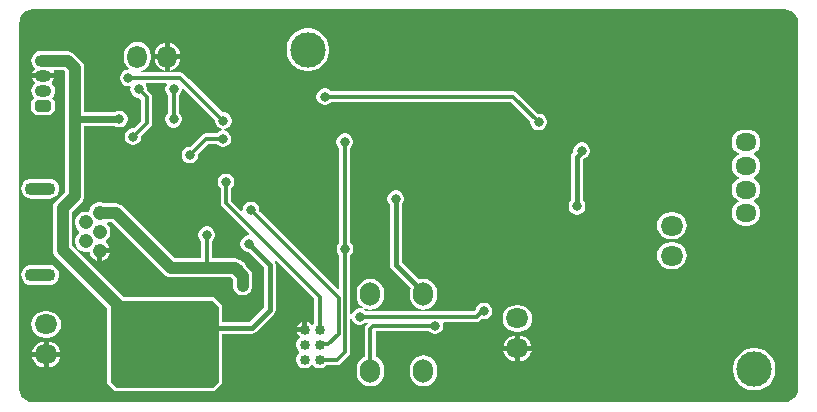
<source format=gbl>
G04*
G04 #@! TF.GenerationSoftware,Altium Limited,Altium Designer,21.0.8 (223)*
G04*
G04 Layer_Physical_Order=2*
G04 Layer_Color=16711680*
%FSLAX25Y25*%
%MOIN*%
G70*
G04*
G04 #@! TF.SameCoordinates,76373615-CB27-452B-AC01-166D02EDBD73*
G04*
G04*
G04 #@! TF.FilePolarity,Positive*
G04*
G01*
G75*
%ADD59C,0.02362*%
%ADD60C,0.01575*%
%ADD61C,0.01181*%
%ADD62C,0.03937*%
%ADD64O,0.07500X0.06500*%
%ADD65C,0.11811*%
%ADD66O,0.06693X0.07874*%
%ADD67C,0.03347*%
%ADD68C,0.04756*%
%ADD69O,0.10236X0.04331*%
G04:AMPARAMS|DCode=70|XSize=55mil|YSize=40mil|CornerRadius=0mil|HoleSize=0mil|Usage=FLASHONLY|Rotation=0.000|XOffset=0mil|YOffset=0mil|HoleType=Round|Shape=Octagon|*
%AMOCTAGOND70*
4,1,8,0.02750,-0.01000,0.02750,0.01000,0.01750,0.02000,-0.01750,0.02000,-0.02750,0.01000,-0.02750,-0.01000,-0.01750,-0.02000,0.01750,-0.02000,0.02750,-0.01000,0.0*
%
%ADD70OCTAGOND70*%

%ADD71O,0.05500X0.04000*%
%ADD72O,0.06500X0.07500*%
%ADD73O,0.07087X0.05906*%
%ADD74C,0.03150*%
%ADD75C,0.03937*%
G36*
X105900Y406194D02*
X356492D01*
X356500Y406193D01*
X356508Y406194D01*
X356797D01*
X357806Y406062D01*
X358883Y405615D01*
X359807Y404906D01*
X360517Y403981D01*
X360963Y402904D01*
X361095Y401902D01*
X361094Y401898D01*
Y280258D01*
X361094Y279800D01*
X361101Y279760D01*
X361066Y279279D01*
X360963Y278494D01*
X360517Y277417D01*
X359807Y276493D01*
X358883Y275783D01*
X357806Y275337D01*
X356803Y275205D01*
X356800Y275206D01*
X106658D01*
X106200Y275206D01*
X106160Y275199D01*
X105679Y275234D01*
X104894Y275337D01*
X103817Y275783D01*
X102893Y276493D01*
X102183Y277417D01*
X101737Y278494D01*
X101605Y279497D01*
X101606Y279500D01*
Y401142D01*
X101606Y401600D01*
X101599Y401640D01*
X101634Y402121D01*
X101737Y402906D01*
X102183Y403983D01*
X102893Y404907D01*
X103817Y405617D01*
X104894Y406063D01*
X105896Y406195D01*
X105900Y406194D01*
D02*
G37*
%LPC*%
G36*
X151687Y395083D02*
Y391187D01*
X155149D01*
X155041Y392009D01*
X154612Y393043D01*
X153931Y393931D01*
X153043Y394612D01*
X152009Y395041D01*
X151687Y395083D01*
D02*
G37*
G36*
X150113D02*
X149791Y395041D01*
X148757Y394612D01*
X147869Y393931D01*
X147188Y393043D01*
X146759Y392009D01*
X146651Y391187D01*
X150113D01*
Y395083D01*
D02*
G37*
G36*
X155149Y389613D02*
X151687D01*
Y385717D01*
X152009Y385759D01*
X153043Y386188D01*
X153931Y386869D01*
X154612Y387757D01*
X155041Y388790D01*
X155149Y389613D01*
D02*
G37*
G36*
X150113D02*
X146651D01*
X146759Y388790D01*
X147188Y387757D01*
X147869Y386869D01*
X148757Y386188D01*
X149791Y385759D01*
X150113Y385717D01*
Y389613D01*
D02*
G37*
G36*
X198398Y399787D02*
X197002D01*
X195633Y399514D01*
X194343Y398980D01*
X193183Y398204D01*
X192195Y397217D01*
X191420Y396057D01*
X190886Y394767D01*
X190613Y393398D01*
Y392002D01*
X190886Y390633D01*
X191420Y389343D01*
X192195Y388182D01*
X193183Y387195D01*
X194343Y386420D01*
X195633Y385886D01*
X197002Y385613D01*
X198398D01*
X199767Y385886D01*
X201057Y386420D01*
X202218Y387195D01*
X203204Y388182D01*
X203980Y389343D01*
X204514Y390633D01*
X204787Y392002D01*
Y393398D01*
X204514Y394767D01*
X203980Y396057D01*
X203204Y397217D01*
X202218Y398204D01*
X201057Y398980D01*
X199767Y399514D01*
X198398Y399787D01*
D02*
G37*
G36*
X113171Y383213D02*
X105829D01*
X106130Y382487D01*
X106610Y381860D01*
Y381368D01*
X106481Y381269D01*
X105971Y380604D01*
X105651Y379830D01*
X105542Y379000D01*
X105651Y378170D01*
X105971Y377396D01*
X106481Y376731D01*
X106495Y376517D01*
X105569Y375590D01*
Y372410D01*
X107159Y370819D01*
X111841D01*
X113431Y372410D01*
Y375590D01*
X112505Y376517D01*
X112519Y376731D01*
X113029Y377396D01*
X113349Y378170D01*
X113459Y379000D01*
X113349Y379830D01*
X113029Y380604D01*
X112519Y381269D01*
X112390Y381368D01*
Y381860D01*
X112871Y382487D01*
X113171Y383213D01*
D02*
G37*
G36*
X110250Y392209D02*
X108750D01*
X107920Y392099D01*
X107146Y391779D01*
X106481Y391269D01*
X105971Y390604D01*
X105651Y389830D01*
X105542Y389000D01*
X105651Y388170D01*
X105971Y387396D01*
X106481Y386731D01*
X106610Y386632D01*
Y386140D01*
X106130Y385513D01*
X105829Y384787D01*
X113171D01*
X112949Y385323D01*
X113214Y385823D01*
X116378D01*
X116823Y385378D01*
Y370000D01*
Y345316D01*
X113754Y342246D01*
X113249Y341588D01*
X112932Y340822D01*
X112823Y340000D01*
Y326000D01*
X112932Y325178D01*
X113249Y324412D01*
X113754Y323754D01*
X130796Y306712D01*
Y282000D01*
X130796Y282000D01*
X130887Y281539D01*
X131149Y281149D01*
X131149Y281149D01*
X133149Y279149D01*
X133539Y278887D01*
X134000Y278796D01*
X134000Y278796D01*
X166000D01*
X166000Y278796D01*
X166461Y278887D01*
X166851Y279149D01*
X166851Y279149D01*
X168851Y281149D01*
X169113Y281539D01*
X169204Y282000D01*
X169204Y282000D01*
Y297993D01*
X179000D01*
X179768Y298146D01*
X180419Y298581D01*
X186419Y304581D01*
X186854Y305232D01*
X187007Y306000D01*
Y321000D01*
X186854Y321768D01*
X186621Y322117D01*
X187009Y322436D01*
X199821Y309624D01*
Y301586D01*
X199393Y301158D01*
X199322Y301035D01*
X198987Y301035D01*
X198775Y301087D01*
X198318Y301545D01*
X197708Y301897D01*
X197464Y301962D01*
Y299406D01*
X196676D01*
Y298618D01*
X194120D01*
X194185Y298374D01*
X194537Y297764D01*
X194995Y297306D01*
X195047Y297098D01*
Y296759D01*
X194923Y296688D01*
X194392Y296157D01*
X194016Y295506D01*
X193822Y294780D01*
Y294028D01*
X194016Y293302D01*
X194392Y292652D01*
X194830Y292213D01*
X194885Y291905D01*
X194830Y291596D01*
X194392Y291158D01*
X194016Y290507D01*
X193822Y289781D01*
Y289030D01*
X194016Y288304D01*
X194392Y287653D01*
X194923Y287122D01*
X195574Y286746D01*
X196300Y286551D01*
X197052D01*
X197778Y286746D01*
X198429Y287122D01*
X198869Y287561D01*
X199177Y287615D01*
X199485Y287561D01*
X199925Y287122D01*
X200575Y286746D01*
X201301Y286551D01*
X202053D01*
X202779Y286746D01*
X203430Y287122D01*
X203907Y287599D01*
X207405D01*
X208097Y287737D01*
X208683Y288128D01*
X211318Y290763D01*
X211709Y291349D01*
X211847Y292041D01*
Y302887D01*
X212347Y302953D01*
X212432Y302636D01*
X212795Y302008D01*
X213308Y301495D01*
X213936Y301132D01*
X214637Y300944D01*
X215363D01*
X216064Y301132D01*
X216692Y301495D01*
X217057Y301860D01*
X217440Y301819D01*
X217625Y301346D01*
X217264Y300985D01*
X216873Y300399D01*
X216735Y299708D01*
Y290348D01*
X216258Y290150D01*
X215313Y289424D01*
X214587Y288479D01*
X214131Y287377D01*
X213975Y286195D01*
Y285014D01*
X214131Y283832D01*
X214587Y282731D01*
X215313Y281785D01*
X216258Y281059D01*
X217360Y280603D01*
X218542Y280448D01*
X219724Y280603D01*
X220825Y281059D01*
X221771Y281785D01*
X222497Y282731D01*
X222953Y283832D01*
X223108Y285014D01*
Y286195D01*
X222953Y287377D01*
X222497Y288479D01*
X221771Y289424D01*
X220825Y290150D01*
X220348Y290348D01*
Y298881D01*
X237997D01*
X238396Y298482D01*
X239024Y298120D01*
X239725Y297932D01*
X240451D01*
X241151Y298120D01*
X241780Y298482D01*
X242293Y298996D01*
X242656Y299624D01*
X242844Y300325D01*
Y301051D01*
X242752Y301394D01*
X243129Y301894D01*
X253967D01*
X254659Y302031D01*
X255245Y302423D01*
X255744Y302923D01*
X256037Y302844D01*
X256763D01*
X257464Y303032D01*
X258092Y303395D01*
X258605Y303908D01*
X258968Y304536D01*
X259156Y305237D01*
Y305963D01*
X258968Y306664D01*
X258605Y307292D01*
X258092Y307805D01*
X257464Y308168D01*
X256763Y308356D01*
X256037D01*
X255336Y308168D01*
X254708Y307805D01*
X254195Y307292D01*
X253832Y306664D01*
X253644Y305963D01*
Y305931D01*
X253219Y305506D01*
X217091D01*
X216692Y305905D01*
X216546Y305989D01*
X216768Y306439D01*
X217360Y306194D01*
X218542Y306038D01*
X219724Y306194D01*
X220825Y306650D01*
X221771Y307376D01*
X222497Y308321D01*
X222953Y309423D01*
X223108Y310605D01*
Y311786D01*
X222953Y312968D01*
X222497Y314069D01*
X221771Y315015D01*
X220825Y315741D01*
X219724Y316197D01*
X218542Y316353D01*
X217360Y316197D01*
X216258Y315741D01*
X215313Y315015D01*
X214587Y314069D01*
X214131Y312968D01*
X213975Y311786D01*
Y310605D01*
X214131Y309423D01*
X214587Y308321D01*
X215313Y307376D01*
X216091Y306779D01*
X215865Y306321D01*
X215363Y306456D01*
X214637D01*
X213936Y306268D01*
X213308Y305905D01*
X212795Y305392D01*
X212432Y304764D01*
X212347Y304447D01*
X211847Y304513D01*
Y324221D01*
X212284Y324658D01*
X212647Y325286D01*
X212834Y325987D01*
Y326712D01*
X212647Y327413D01*
X212284Y328042D01*
X211846Y328480D01*
Y359948D01*
X212205Y360308D01*
X212568Y360936D01*
X212756Y361637D01*
Y362363D01*
X212568Y363064D01*
X212205Y363692D01*
X211692Y364205D01*
X211064Y364568D01*
X210363Y364756D01*
X209637D01*
X208936Y364568D01*
X208308Y364205D01*
X207795Y363692D01*
X207432Y363064D01*
X207244Y362363D01*
Y361637D01*
X207432Y360936D01*
X207795Y360308D01*
X208233Y359870D01*
Y328401D01*
X207873Y328042D01*
X207510Y327413D01*
X207323Y326712D01*
Y325987D01*
X207510Y325286D01*
X207873Y324658D01*
X208234Y324296D01*
Y312974D01*
X207772Y312782D01*
X181539Y339016D01*
Y339580D01*
X181351Y340281D01*
X180988Y340909D01*
X180475Y341422D01*
X179847Y341785D01*
X179146Y341973D01*
X178420D01*
X177719Y341785D01*
X177091Y341422D01*
X176578Y340909D01*
X176215Y340281D01*
X176027Y339580D01*
Y339234D01*
X175527Y339027D01*
X175186Y339368D01*
X175186Y339368D01*
X172241Y342313D01*
Y346474D01*
X172640Y346873D01*
X173003Y347501D01*
X173191Y348202D01*
Y348928D01*
X173003Y349629D01*
X172640Y350257D01*
X172127Y350770D01*
X171499Y351133D01*
X170798Y351321D01*
X170072D01*
X169371Y351133D01*
X168743Y350770D01*
X168230Y350257D01*
X167867Y349629D01*
X167679Y348928D01*
Y348202D01*
X167867Y347501D01*
X168230Y346873D01*
X168629Y346474D01*
Y341565D01*
X168766Y340874D01*
X169158Y340288D01*
X172632Y336814D01*
X172632Y336814D01*
X178190Y331256D01*
X177982Y330756D01*
X177637D01*
X176936Y330568D01*
X176308Y330205D01*
X175795Y329692D01*
X175432Y329064D01*
X175244Y328363D01*
Y327637D01*
X175432Y326936D01*
X175795Y326308D01*
X176308Y325795D01*
X176936Y325432D01*
X177637Y325244D01*
X177918D01*
X182993Y320169D01*
Y306831D01*
X178169Y302007D01*
X169204D01*
Y307000D01*
X169204Y307000D01*
X169113Y307461D01*
X168851Y307852D01*
X168851Y307852D01*
X166851Y309852D01*
X166461Y310113D01*
X166000Y310204D01*
X166000Y310204D01*
X136288D01*
X119177Y327316D01*
Y338684D01*
X122246Y341754D01*
X122751Y342412D01*
X123068Y343178D01*
X123177Y344000D01*
Y367194D01*
X133557D01*
X133834Y367034D01*
X134535Y366846D01*
X135260D01*
X135961Y367034D01*
X136590Y367397D01*
X137103Y367910D01*
X137466Y368539D01*
X137654Y369239D01*
Y369965D01*
X137466Y370666D01*
X137103Y371294D01*
X136590Y371808D01*
X135961Y372170D01*
X135260Y372358D01*
X134535D01*
X133834Y372170D01*
X133557Y372011D01*
X123177D01*
Y386694D01*
X123068Y387516D01*
X122751Y388282D01*
X122246Y388940D01*
X119940Y391246D01*
X119282Y391751D01*
X118516Y392069D01*
X117694Y392177D01*
X110491D01*
X110250Y392209D01*
D02*
G37*
G36*
X203718Y379756D02*
X202992D01*
X202291Y379568D01*
X201663Y379205D01*
X201150Y378692D01*
X200787Y378064D01*
X200599Y377363D01*
Y376637D01*
X200787Y375936D01*
X201150Y375308D01*
X201663Y374795D01*
X202291Y374432D01*
X202992Y374244D01*
X203718D01*
X204419Y374432D01*
X205047Y374795D01*
X205446Y375194D01*
X265512D01*
X271874Y368831D01*
Y368267D01*
X272062Y367566D01*
X272425Y366938D01*
X272938Y366425D01*
X273566Y366062D01*
X274267Y365874D01*
X274993D01*
X275694Y366062D01*
X276322Y366425D01*
X276835Y366938D01*
X277198Y367566D01*
X277386Y368267D01*
Y368993D01*
X277198Y369694D01*
X276835Y370322D01*
X276322Y370835D01*
X275694Y371198D01*
X274993Y371386D01*
X274429D01*
X267537Y378277D01*
X266951Y378669D01*
X266260Y378806D01*
X205446D01*
X205047Y379205D01*
X204419Y379568D01*
X203718Y379756D01*
D02*
G37*
G36*
X140900Y395369D02*
X139743Y395217D01*
X138665Y394771D01*
X137740Y394060D01*
X137029Y393135D01*
X136583Y392057D01*
X136431Y390900D01*
Y389900D01*
X136583Y388743D01*
X137029Y387665D01*
X137740Y386740D01*
X137979Y386556D01*
X137810Y386056D01*
X137537D01*
X136836Y385868D01*
X136208Y385505D01*
X135695Y384992D01*
X135332Y384364D01*
X135144Y383663D01*
Y382937D01*
X135332Y382236D01*
X135695Y381608D01*
X136208Y381095D01*
X136836Y380732D01*
X137537Y380544D01*
X138210D01*
X138304Y380494D01*
X138614Y380121D01*
X138545Y379863D01*
Y379137D01*
X138733Y378436D01*
X139096Y377808D01*
X139609Y377295D01*
X140237Y376932D01*
X140938Y376744D01*
X141502D01*
X142194Y376053D01*
Y368999D01*
X139622Y366428D01*
X139058D01*
X138357Y366240D01*
X137729Y365877D01*
X137216Y365364D01*
X136853Y364736D01*
X136665Y364035D01*
Y363309D01*
X136853Y362608D01*
X137216Y361980D01*
X137729Y361467D01*
X138357Y361104D01*
X139058Y360916D01*
X139784D01*
X140485Y361104D01*
X141113Y361467D01*
X141626Y361980D01*
X141989Y362608D01*
X142177Y363309D01*
Y363873D01*
X145277Y366974D01*
X145669Y367560D01*
X145806Y368251D01*
Y376801D01*
X145669Y377492D01*
X145277Y378078D01*
X144057Y379299D01*
Y379863D01*
X143869Y380564D01*
X143621Y380994D01*
X143872Y381494D01*
X150429D01*
X150680Y380994D01*
X150432Y380564D01*
X150244Y379863D01*
Y379137D01*
X150432Y378436D01*
X150795Y377808D01*
X151194Y377409D01*
Y371591D01*
X150795Y371192D01*
X150432Y370564D01*
X150244Y369863D01*
Y369137D01*
X150432Y368436D01*
X150795Y367808D01*
X151308Y367295D01*
X151936Y366932D01*
X152637Y366744D01*
X153363D01*
X154064Y366932D01*
X154692Y367295D01*
X155205Y367808D01*
X155568Y368436D01*
X155756Y369137D01*
Y369863D01*
X155568Y370564D01*
X155205Y371192D01*
X154806Y371591D01*
Y377409D01*
X155205Y377808D01*
X155568Y378436D01*
X155756Y379137D01*
Y379482D01*
X156256Y379690D01*
X166844Y369101D01*
Y368637D01*
X167032Y367936D01*
X167395Y367308D01*
X167908Y366795D01*
X168536Y366432D01*
X169237Y366244D01*
X169209Y365756D01*
X169037D01*
X168336Y365568D01*
X167708Y365205D01*
X167309Y364806D01*
X163800D01*
X163109Y364669D01*
X162523Y364277D01*
X158601Y360356D01*
X158037D01*
X157336Y360168D01*
X156708Y359805D01*
X156195Y359292D01*
X155832Y358664D01*
X155644Y357963D01*
Y357237D01*
X155832Y356536D01*
X156195Y355908D01*
X156708Y355395D01*
X157336Y355032D01*
X158037Y354844D01*
X158763D01*
X159464Y355032D01*
X160092Y355395D01*
X160605Y355908D01*
X160968Y356536D01*
X161156Y357237D01*
Y357801D01*
X164548Y361194D01*
X167309D01*
X167708Y360795D01*
X168336Y360432D01*
X169037Y360244D01*
X169763D01*
X170464Y360432D01*
X171092Y360795D01*
X171605Y361308D01*
X171968Y361936D01*
X172156Y362637D01*
Y363363D01*
X171968Y364064D01*
X171605Y364692D01*
X171092Y365205D01*
X170464Y365568D01*
X169763Y365756D01*
X169791Y366244D01*
X169963D01*
X170664Y366432D01*
X171292Y366795D01*
X171805Y367308D01*
X172168Y367936D01*
X172356Y368637D01*
Y369363D01*
X172168Y370064D01*
X171805Y370692D01*
X171292Y371205D01*
X170664Y371568D01*
X169963Y371756D01*
X169299D01*
X158077Y382977D01*
X158077Y382977D01*
X156477Y384577D01*
X155891Y384969D01*
X155200Y385106D01*
X142155D01*
X142057Y385583D01*
X143135Y386029D01*
X144060Y386740D01*
X144771Y387665D01*
X145217Y388743D01*
X145369Y389900D01*
Y390900D01*
X145217Y392057D01*
X144771Y393135D01*
X144060Y394060D01*
X143135Y394771D01*
X142057Y395217D01*
X140900Y395369D01*
D02*
G37*
G36*
X111453Y349745D02*
X105547D01*
X104674Y349630D01*
X103860Y349293D01*
X103161Y348757D01*
X102624Y348058D01*
X102287Y347244D01*
X102172Y346370D01*
X102287Y345497D01*
X102624Y344682D01*
X103161Y343983D01*
X103860Y343447D01*
X104674Y343110D01*
X105547Y342995D01*
X111453D01*
X112326Y343110D01*
X113140Y343447D01*
X113839Y343983D01*
X114376Y344682D01*
X114713Y345497D01*
X114828Y346370D01*
X114713Y347244D01*
X114376Y348058D01*
X113839Y348757D01*
X113140Y349293D01*
X112326Y349630D01*
X111453Y349745D01*
D02*
G37*
G36*
X128850Y341858D02*
X127913D01*
X127008Y341616D01*
X126197Y341147D01*
X125534Y340484D01*
X125065Y339673D01*
X124823Y338768D01*
X124585Y338586D01*
X124126Y338709D01*
X123189D01*
X122284Y338466D01*
X121472Y337998D01*
X120809Y337335D01*
X120341Y336523D01*
X120098Y335618D01*
Y334681D01*
X120341Y333776D01*
X120809Y332964D01*
X121472Y332302D01*
X121562Y332250D01*
Y331750D01*
X121472Y331698D01*
X120809Y331036D01*
X120341Y330224D01*
X120098Y329319D01*
Y328382D01*
X120341Y327477D01*
X120809Y326665D01*
X121472Y326002D01*
X122284Y325534D01*
X123189Y325291D01*
X124126D01*
X124743Y325457D01*
X125004Y325256D01*
X125234Y324397D01*
X125679Y323627D01*
X126308Y322998D01*
X127078Y322553D01*
X127594Y322415D01*
Y325701D01*
X128382D01*
Y326488D01*
X131668D01*
X131530Y327005D01*
X131085Y327775D01*
X130456Y328404D01*
X130297Y328496D01*
Y328996D01*
X130567Y329152D01*
X131230Y329815D01*
X131698Y330626D01*
X131941Y331531D01*
Y332469D01*
X131698Y333374D01*
X131230Y334185D01*
X130793Y334622D01*
X131000Y335122D01*
X132385D01*
X149754Y317754D01*
X150412Y317249D01*
X151178Y316932D01*
X152000Y316823D01*
X172090D01*
X172116Y316790D01*
X172823Y316082D01*
Y314000D01*
X172850Y313794D01*
Y313585D01*
X172904Y313384D01*
X172932Y313178D01*
X173011Y312985D01*
X173065Y312784D01*
X173169Y312604D01*
X173249Y312412D01*
X173376Y312246D01*
X173480Y312066D01*
X173627Y311919D01*
X173754Y311754D01*
X173919Y311627D01*
X174066Y311480D01*
X174246Y311376D01*
X174412Y311249D01*
X174604Y311169D01*
X174784Y311065D01*
X174985Y311011D01*
X175178Y310931D01*
X175384Y310904D01*
X175585Y310850D01*
X175794D01*
X176000Y310823D01*
X176206Y310850D01*
X176415D01*
X176616Y310904D01*
X176822Y310931D01*
X177015Y311011D01*
X177216Y311065D01*
X177396Y311169D01*
X177588Y311249D01*
X177754Y311376D01*
X177934Y311480D01*
X178081Y311627D01*
X178246Y311754D01*
X178373Y311919D01*
X178520Y312066D01*
X178624Y312246D01*
X178751Y312412D01*
X178831Y312604D01*
X178935Y312784D01*
X178989Y312985D01*
X179069Y313178D01*
X179096Y313384D01*
X179150Y313585D01*
Y313794D01*
X179177Y314000D01*
Y317398D01*
X179069Y318220D01*
X178751Y318987D01*
X178246Y319644D01*
X177155Y320736D01*
X177113Y320836D01*
X176987Y321002D01*
X176883Y321182D01*
X176735Y321329D01*
X176609Y321494D01*
X176443Y321621D01*
X176296Y321768D01*
X176116Y321872D01*
X175951Y321999D01*
X175850Y322041D01*
X175644Y322246D01*
X174987Y322751D01*
X174220Y323068D01*
X173398Y323177D01*
X165806D01*
Y328909D01*
X166205Y329308D01*
X166568Y329936D01*
X166756Y330637D01*
Y331363D01*
X166568Y332064D01*
X166205Y332692D01*
X165692Y333205D01*
X165064Y333568D01*
X164363Y333756D01*
X163637D01*
X162936Y333568D01*
X162308Y333205D01*
X161795Y332692D01*
X161432Y332064D01*
X161244Y331363D01*
Y330637D01*
X161432Y329936D01*
X161795Y329308D01*
X162194Y328909D01*
Y323177D01*
X153316D01*
X135947Y340546D01*
X135289Y341050D01*
X134523Y341368D01*
X133701Y341476D01*
X129998D01*
X129756Y341616D01*
X128850Y341858D01*
D02*
G37*
G36*
X289363Y361756D02*
X288637D01*
X287936Y361568D01*
X287308Y361205D01*
X286795Y360692D01*
X286432Y360064D01*
X286244Y359363D01*
Y358656D01*
X286022Y358434D01*
X285587Y357783D01*
X285434Y357015D01*
Y342331D01*
X285236Y342133D01*
X284873Y341505D01*
X284685Y340804D01*
Y340078D01*
X284873Y339377D01*
X285236Y338749D01*
X285749Y338236D01*
X286377Y337873D01*
X287078Y337685D01*
X287804D01*
X288505Y337873D01*
X289133Y338236D01*
X289646Y338749D01*
X290009Y339377D01*
X290197Y340078D01*
Y340804D01*
X290009Y341505D01*
X289646Y342133D01*
X289448Y342331D01*
Y356183D01*
X289562Y356297D01*
X290064Y356432D01*
X290692Y356795D01*
X291205Y357308D01*
X291568Y357936D01*
X291756Y358637D01*
Y359363D01*
X291568Y360064D01*
X291205Y360692D01*
X290692Y361205D01*
X290064Y361568D01*
X289363Y361756D01*
D02*
G37*
G36*
X344393Y365981D02*
X343212D01*
X342133Y365839D01*
X341127Y365422D01*
X340264Y364759D01*
X339601Y363896D01*
X339184Y362890D01*
X339042Y361811D01*
X339184Y360732D01*
X339601Y359726D01*
X340264Y358863D01*
X341127Y358200D01*
X341311Y358124D01*
Y357624D01*
X341127Y357548D01*
X340264Y356885D01*
X339601Y356022D01*
X339184Y355016D01*
X339042Y353937D01*
X339184Y352858D01*
X339601Y351852D01*
X340264Y350989D01*
X341127Y350326D01*
X341311Y350250D01*
Y349750D01*
X341127Y349674D01*
X340264Y349011D01*
X339601Y348148D01*
X339184Y347142D01*
X339042Y346063D01*
X339184Y344984D01*
X339601Y343978D01*
X340264Y343115D01*
X341127Y342452D01*
X341311Y342376D01*
Y341876D01*
X341127Y341800D01*
X340264Y341137D01*
X339601Y340274D01*
X339184Y339268D01*
X339042Y338189D01*
X339184Y337110D01*
X339601Y336104D01*
X340264Y335241D01*
X341127Y334578D01*
X342133Y334161D01*
X343212Y334019D01*
X344393D01*
X345472Y334161D01*
X346478Y334578D01*
X347341Y335241D01*
X348004Y336104D01*
X348421Y337110D01*
X348563Y338189D01*
X348421Y339268D01*
X348004Y340274D01*
X347341Y341137D01*
X346478Y341800D01*
X346294Y341876D01*
Y342376D01*
X346478Y342452D01*
X347341Y343115D01*
X348004Y343978D01*
X348421Y344984D01*
X348563Y346063D01*
X348421Y347142D01*
X348004Y348148D01*
X347341Y349011D01*
X346478Y349674D01*
X346294Y349750D01*
Y350250D01*
X346478Y350326D01*
X347341Y350989D01*
X348004Y351852D01*
X348421Y352858D01*
X348563Y353937D01*
X348421Y355016D01*
X348004Y356022D01*
X347341Y356885D01*
X346478Y357548D01*
X346294Y357624D01*
Y358124D01*
X346478Y358200D01*
X347341Y358863D01*
X348004Y359726D01*
X348421Y360732D01*
X348563Y361811D01*
X348421Y362890D01*
X348004Y363896D01*
X347341Y364759D01*
X346478Y365422D01*
X345472Y365839D01*
X344393Y365981D01*
D02*
G37*
G36*
X319500Y338469D02*
X318500D01*
X317343Y338317D01*
X316265Y337871D01*
X315340Y337160D01*
X314629Y336235D01*
X314183Y335157D01*
X314031Y334000D01*
X314183Y332843D01*
X314629Y331765D01*
X315340Y330840D01*
X316265Y330129D01*
X317343Y329683D01*
X318500Y329531D01*
X319500D01*
X320657Y329683D01*
X321735Y330129D01*
X322660Y330840D01*
X323371Y331765D01*
X323817Y332843D01*
X323969Y334000D01*
X323817Y335157D01*
X323371Y336235D01*
X322660Y337160D01*
X321735Y337871D01*
X320657Y338317D01*
X319500Y338469D01*
D02*
G37*
G36*
X131668Y324913D02*
X129169D01*
Y322415D01*
X129686Y322553D01*
X130456Y322998D01*
X131085Y323627D01*
X131530Y324397D01*
X131668Y324913D01*
D02*
G37*
G36*
X319500Y328469D02*
X318500D01*
X317343Y328317D01*
X316265Y327871D01*
X315340Y327160D01*
X314629Y326235D01*
X314183Y325157D01*
X314031Y324000D01*
X314183Y322843D01*
X314629Y321765D01*
X315340Y320840D01*
X316265Y320129D01*
X317343Y319683D01*
X318500Y319531D01*
X319500D01*
X320657Y319683D01*
X321735Y320129D01*
X322660Y320840D01*
X323371Y321765D01*
X323817Y322843D01*
X323969Y324000D01*
X323817Y325157D01*
X323371Y326235D01*
X322660Y327160D01*
X321735Y327871D01*
X320657Y328317D01*
X319500Y328469D01*
D02*
G37*
G36*
X111453Y321005D02*
X105547D01*
X104674Y320890D01*
X103860Y320553D01*
X103161Y320017D01*
X102624Y319318D01*
X102287Y318503D01*
X102172Y317630D01*
X102287Y316756D01*
X102624Y315942D01*
X103161Y315243D01*
X103860Y314707D01*
X104674Y314370D01*
X105547Y314255D01*
X111453D01*
X112326Y314370D01*
X113140Y314707D01*
X113839Y315243D01*
X114376Y315942D01*
X114713Y316756D01*
X114828Y317630D01*
X114713Y318503D01*
X114376Y319318D01*
X113839Y320017D01*
X113140Y320553D01*
X112326Y320890D01*
X111453Y321005D01*
D02*
G37*
G36*
X227363Y345756D02*
X226637D01*
X225936Y345568D01*
X225308Y345205D01*
X224795Y344692D01*
X224432Y344064D01*
X224244Y343363D01*
Y342637D01*
X224432Y341936D01*
X224795Y341308D01*
X224993Y341110D01*
Y321044D01*
X225146Y320276D01*
X225581Y319625D01*
X231962Y313244D01*
X231847Y312968D01*
X231692Y311786D01*
Y310605D01*
X231847Y309423D01*
X232304Y308321D01*
X233029Y307376D01*
X233975Y306650D01*
X235076Y306194D01*
X236258Y306038D01*
X237440Y306194D01*
X238542Y306650D01*
X239487Y307376D01*
X240213Y308321D01*
X240669Y309423D01*
X240825Y310605D01*
Y311786D01*
X240669Y312968D01*
X240213Y314069D01*
X239487Y315015D01*
X238542Y315741D01*
X237440Y316197D01*
X236258Y316353D01*
X235076Y316197D01*
X234800Y316082D01*
X229007Y321876D01*
Y341110D01*
X229205Y341308D01*
X229568Y341936D01*
X229756Y342637D01*
Y343363D01*
X229568Y344064D01*
X229205Y344692D01*
X228692Y345205D01*
X228064Y345568D01*
X227363Y345756D01*
D02*
G37*
G36*
X195889Y301962D02*
X195644Y301897D01*
X195035Y301545D01*
X194537Y301047D01*
X194185Y300437D01*
X194120Y300193D01*
X195889D01*
Y301962D01*
D02*
G37*
G36*
X268100Y307569D02*
X267100D01*
X265943Y307417D01*
X264865Y306971D01*
X263940Y306260D01*
X263229Y305335D01*
X262783Y304257D01*
X262631Y303100D01*
X262783Y301943D01*
X263229Y300865D01*
X263940Y299940D01*
X264865Y299229D01*
X265943Y298783D01*
X267100Y298631D01*
X268100D01*
X269257Y298783D01*
X270335Y299229D01*
X271260Y299940D01*
X271971Y300865D01*
X272417Y301943D01*
X272569Y303100D01*
X272417Y304257D01*
X271971Y305335D01*
X271260Y306260D01*
X270335Y306971D01*
X269257Y307417D01*
X268100Y307569D01*
D02*
G37*
G36*
X111000Y305569D02*
X110000D01*
X108843Y305417D01*
X107765Y304971D01*
X106840Y304260D01*
X106129Y303335D01*
X105683Y302257D01*
X105531Y301100D01*
X105683Y299943D01*
X106129Y298865D01*
X106840Y297940D01*
X107765Y297229D01*
X108843Y296783D01*
X110000Y296631D01*
X111000D01*
X112157Y296783D01*
X113235Y297229D01*
X114160Y297940D01*
X114871Y298865D01*
X115317Y299943D01*
X115469Y301100D01*
X115317Y302257D01*
X114871Y303335D01*
X114160Y304260D01*
X113235Y304971D01*
X112157Y305417D01*
X111000Y305569D01*
D02*
G37*
G36*
X268387Y297349D02*
Y293887D01*
X272283D01*
X272241Y294210D01*
X271812Y295243D01*
X271131Y296131D01*
X270243Y296812D01*
X269210Y297241D01*
X268387Y297349D01*
D02*
G37*
G36*
X266813D02*
X265990Y297241D01*
X264957Y296812D01*
X264069Y296131D01*
X263388Y295243D01*
X262959Y294210D01*
X262917Y293887D01*
X266813D01*
Y297349D01*
D02*
G37*
G36*
X111287Y295349D02*
Y291887D01*
X115183D01*
X115141Y292210D01*
X114712Y293243D01*
X114031Y294131D01*
X113143Y294812D01*
X112109Y295241D01*
X111287Y295349D01*
D02*
G37*
G36*
X109713D02*
X108890Y295241D01*
X107857Y294812D01*
X106969Y294131D01*
X106288Y293243D01*
X105859Y292210D01*
X105817Y291887D01*
X109713D01*
Y295349D01*
D02*
G37*
G36*
X272283Y292313D02*
X268387D01*
Y288851D01*
X269210Y288959D01*
X270243Y289388D01*
X271131Y290069D01*
X271812Y290957D01*
X272241Y291990D01*
X272283Y292313D01*
D02*
G37*
G36*
X266813D02*
X262917D01*
X262959Y291990D01*
X263388Y290957D01*
X264069Y290069D01*
X264957Y289388D01*
X265990Y288959D01*
X266813Y288851D01*
Y292313D01*
D02*
G37*
G36*
X115183Y290313D02*
X111287D01*
Y286851D01*
X112109Y286959D01*
X113143Y287388D01*
X114031Y288069D01*
X114712Y288957D01*
X115141Y289990D01*
X115183Y290313D01*
D02*
G37*
G36*
X109713D02*
X105817D01*
X105859Y289990D01*
X106288Y288957D01*
X106969Y288069D01*
X107857Y287388D01*
X108890Y286959D01*
X109713Y286851D01*
Y290313D01*
D02*
G37*
G36*
X236258Y290762D02*
X235076Y290606D01*
X233975Y290150D01*
X233029Y289424D01*
X232304Y288479D01*
X231847Y287377D01*
X231692Y286195D01*
Y285014D01*
X231847Y283832D01*
X232304Y282731D01*
X233029Y281785D01*
X233975Y281059D01*
X235076Y280603D01*
X236258Y280448D01*
X237440Y280603D01*
X238542Y281059D01*
X239487Y281785D01*
X240213Y282731D01*
X240669Y283832D01*
X240825Y285014D01*
Y286195D01*
X240669Y287377D01*
X240213Y288479D01*
X239487Y289424D01*
X238542Y290150D01*
X237440Y290606D01*
X236258Y290762D01*
D02*
G37*
G36*
X347198Y293287D02*
X345802D01*
X344433Y293014D01*
X343143Y292480D01*
X341983Y291705D01*
X340996Y290718D01*
X340220Y289557D01*
X339686Y288267D01*
X339413Y286898D01*
Y285502D01*
X339686Y284133D01*
X340220Y282843D01*
X340996Y281682D01*
X341983Y280696D01*
X343143Y279920D01*
X344433Y279386D01*
X345802Y279113D01*
X347198D01*
X348567Y279386D01*
X349857Y279920D01*
X351017Y280696D01*
X352005Y281682D01*
X352780Y282843D01*
X353314Y284133D01*
X353587Y285502D01*
Y286898D01*
X353314Y288267D01*
X352780Y289557D01*
X352005Y290718D01*
X351017Y291705D01*
X349857Y292480D01*
X348567Y293014D01*
X347198Y293287D01*
D02*
G37*
%LPD*%
G36*
X168000Y307000D02*
Y282000D01*
X166000Y280000D01*
X134000D01*
X132000Y282000D01*
Y307000D01*
X134000Y309000D01*
X166000D01*
X168000Y307000D01*
D02*
G37*
D59*
X120000Y370000D02*
X120398Y369602D01*
X134898D01*
D60*
X289000Y358574D02*
Y359000D01*
X287441Y340441D02*
Y357015D01*
X289000Y358574D01*
X185000Y306000D02*
Y321000D01*
X178000Y328000D02*
X185000Y321000D01*
X179000Y300000D02*
X185000Y306000D01*
X166000Y300000D02*
X179000D01*
X227000Y321044D02*
X236258Y311786D01*
Y311195D02*
Y311786D01*
X227000Y321044D02*
Y343000D01*
D61*
X203355Y377000D02*
X266260D01*
X274630Y368630D01*
X156800Y381700D02*
X169500Y369000D01*
X169600D01*
X156800Y381700D02*
Y381700D01*
X155200Y383300D02*
X156800Y381700D01*
X137900Y383300D02*
X155200D01*
X163800Y363000D02*
X169400D01*
X144000Y368251D02*
Y376801D01*
X141301Y379500D02*
X144000Y376801D01*
X158400Y357600D02*
X163800Y363000D01*
X219521Y300688D02*
X240088D01*
X218542Y285605D02*
Y299708D01*
X219521Y300688D01*
X215000Y303700D02*
X253967D01*
X255867Y305600D02*
X256400D01*
X253967Y303700D02*
X255867Y305600D01*
X210041Y292041D02*
Y326068D01*
X210000Y362000D02*
X210039Y361961D01*
X210041Y326068D02*
X210078Y326106D01*
X210039Y326145D02*
Y361961D01*
Y326145D02*
X210078Y326106D01*
X207405Y289405D02*
X210041Y292041D01*
X201677Y289405D02*
X207405D01*
X201176Y294589D02*
X204589D01*
X208000Y298000D01*
Y310000D01*
X178783Y339217D02*
X208000Y310000D01*
X173909Y338091D02*
X201628Y310372D01*
Y299314D02*
Y310372D01*
X170435Y341565D02*
Y348565D01*
X173909Y338091D02*
Y338091D01*
X170435Y341565D02*
X173909Y338091D01*
X164000Y320000D02*
Y331000D01*
X153000Y369500D02*
Y379500D01*
X139421Y363672D02*
X144000Y368251D01*
D62*
X120000Y370000D02*
Y386694D01*
Y344000D02*
Y370000D01*
X164000Y320000D02*
X173398D01*
X152000D02*
X164000D01*
X174362Y319036D02*
Y319248D01*
X173398Y320000D02*
X174256Y319142D01*
X176000Y314000D02*
Y317398D01*
X174362Y319036D02*
X176000Y317398D01*
X133701Y338299D02*
X152000Y320000D01*
X128382Y338299D02*
X133701D01*
X116000Y326000D02*
Y340000D01*
Y326000D02*
X138426Y303574D01*
X116000Y340000D02*
X120000Y344000D01*
X117694Y389000D02*
X120000Y386694D01*
X109500Y389000D02*
X117694D01*
D64*
X110500Y301100D02*
D03*
Y291100D02*
D03*
X319000Y334000D02*
D03*
Y324000D02*
D03*
X267600Y293100D02*
D03*
Y303100D02*
D03*
D65*
X346500Y286200D02*
D03*
X197700Y392700D02*
D03*
D66*
X218542Y285605D02*
D03*
Y311195D02*
D03*
X236258Y285605D02*
D03*
Y311195D02*
D03*
D67*
X201677Y289405D02*
D03*
X196676D02*
D03*
Y299406D02*
D03*
Y294404D02*
D03*
X201677D02*
D03*
Y299406D02*
D03*
D68*
X128382Y332000D02*
D03*
Y325701D02*
D03*
X123658Y335150D02*
D03*
Y328850D02*
D03*
X128382Y338299D02*
D03*
D69*
X108500Y317630D02*
D03*
Y346370D02*
D03*
D70*
X109500Y374000D02*
D03*
D71*
Y379000D02*
D03*
Y384000D02*
D03*
Y389000D02*
D03*
D72*
X150900Y390400D02*
D03*
X140900D02*
D03*
D73*
X343802Y338189D02*
D03*
Y346063D02*
D03*
Y353937D02*
D03*
Y361811D02*
D03*
D74*
X338583Y314961D02*
D03*
X311024Y334646D02*
D03*
X299213D02*
D03*
X275590Y311024D02*
D03*
X338583Y370079D02*
D03*
X311024Y366142D02*
D03*
X295276D02*
D03*
X263779Y385827D02*
D03*
X228346Y389764D02*
D03*
X212598Y397638D02*
D03*
X244094D02*
D03*
X275590D02*
D03*
X299213D02*
D03*
X322835D02*
D03*
X342520D02*
D03*
X354331Y385827D02*
D03*
Y366142D02*
D03*
Y342520D02*
D03*
Y322835D02*
D03*
Y303150D02*
D03*
X334646Y295276D02*
D03*
X323000Y281000D02*
D03*
X283465Y279528D02*
D03*
X267717D02*
D03*
X248031D02*
D03*
X208661D02*
D03*
X192913D02*
D03*
X177165D02*
D03*
X125984D02*
D03*
X110236D02*
D03*
X132000Y320000D02*
D03*
X138000Y312000D02*
D03*
X157000D02*
D03*
X158798Y350739D02*
D03*
X159692Y339501D02*
D03*
X147048Y338990D02*
D03*
X141174Y343332D02*
D03*
X175000Y374000D02*
D03*
X169000Y378000D02*
D03*
X181000Y393000D02*
D03*
X170000D02*
D03*
X231000Y362000D02*
D03*
X258000Y363000D02*
D03*
X256000Y371000D02*
D03*
X228000D02*
D03*
X206000Y342000D02*
D03*
X202756Y326423D02*
D03*
X189500Y359000D02*
D03*
X196000Y353000D02*
D03*
Y365000D02*
D03*
X183000D02*
D03*
X172000Y327000D02*
D03*
X178000Y328000D02*
D03*
X274630Y368630D02*
D03*
X203355Y377000D02*
D03*
X227000Y343000D02*
D03*
X289000Y359000D02*
D03*
X287441Y340441D02*
D03*
X169600Y369000D02*
D03*
X169400Y363000D02*
D03*
X137900Y383300D02*
D03*
X141301Y379500D02*
D03*
X158400Y357600D02*
D03*
X240088Y300688D02*
D03*
X256400Y305600D02*
D03*
X215000Y303700D02*
D03*
X210078Y326350D02*
D03*
X210000Y362000D02*
D03*
X178783Y339217D02*
D03*
X170435Y348565D02*
D03*
X164000Y331000D02*
D03*
X153000Y379500D02*
D03*
X139945Y375000D02*
D03*
X139421Y363672D02*
D03*
X153000Y369500D02*
D03*
X134898Y369602D02*
D03*
D75*
X176000Y314000D02*
D03*
X174362Y319248D02*
D03*
X145000Y295000D02*
D03*
Y290000D02*
D03*
Y300000D02*
D03*
X140000Y295000D02*
D03*
X135000D02*
D03*
M02*

</source>
